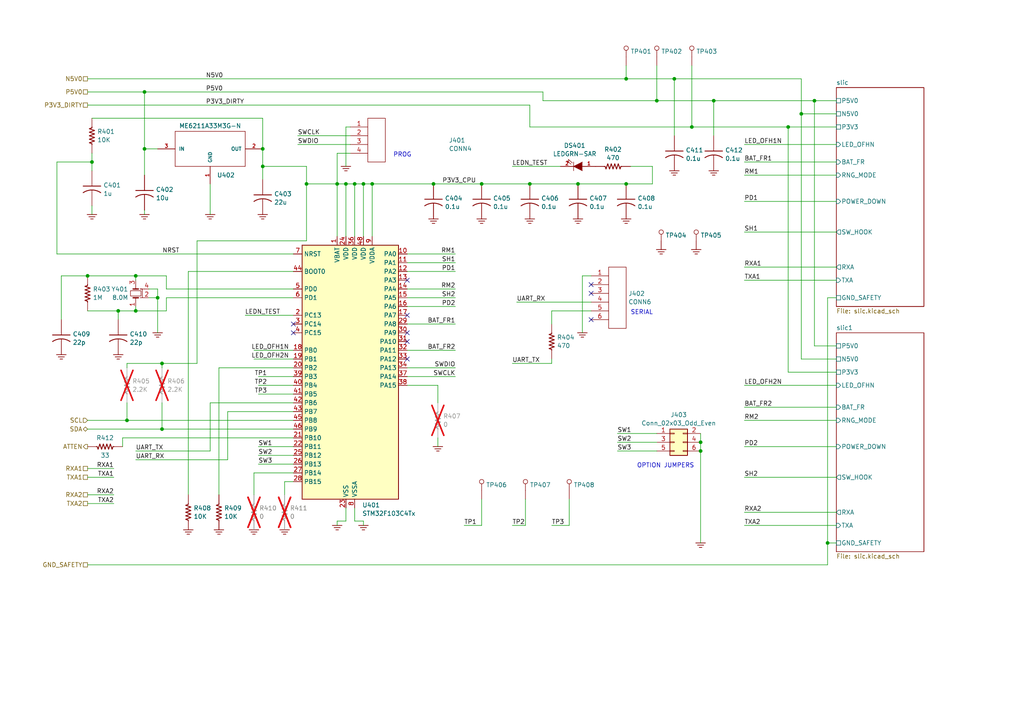
<source format=kicad_sch>
(kicad_sch (version 20231120) (generator "eeschema") (generator_version "8.0")
  (paper "A4")
  (title_block (title "Dual SLIC interface") (date "2024-04-25") (rev "A"))
  (lib_symbols
    (symbol "Connector_Generic:Conn_02x03_Odd_Even" (pin_names (offset 1.016) hide)
      (property "Reference" "J" (at 1.27 5.08 0))
      (property "Value" "Conn_02x03_Odd_Even" (at 1.27 -5.08 0))
      (symbol "Conn_02x03_Odd_Even_1_1"
        (rectangle (start -1.27 -2.413) (end 0 -2.667) (stroke (width 0.1524)))
        (rectangle (start -1.27 0.127) (end 0 -0.127) (stroke (width 0.1524)))
        (rectangle (start -1.27 2.667) (end 0 2.413) (stroke (width 0.1524)))
        (rectangle (start -1.27 3.81) (end 3.81 -3.81) (stroke (width 0.254)) (fill (type background)))
        (rectangle (start 3.81 -2.413) (end 2.54 -2.667) (stroke (width 0.1524)))
        (rectangle (start 3.81 0.127) (end 2.54 -0.127) (stroke (width 0.1524)))
        (rectangle (start 3.81 2.667) (end 2.54 2.413) (stroke (width 0.1524)))
        (pin passive line (at -5.08 2.54 0) (length 3.81) (name "Pin_1") (number "1"))
        (pin passive line (at 7.62 2.54 180) (length 3.81) (name "Pin_2") (number "2"))
        (pin passive line (at -5.08 0 0) (length 3.81) (name "Pin_3") (number "3"))
        (pin passive line (at 7.62 0 180) (length 3.81) (name "Pin_4") (number "4"))
        (pin passive line (at -5.08 -2.54 0) (length 3.81) (name "Pin_5") (number "5"))
        (pin passive line (at 7.62 -2.54 180) (length 3.81) (name "Pin_6") (number "6"))
      )
    )
    (symbol "MCU_ST_STM32F1:STM32F103C8Tx"
      (property "Reference" "U" (at -12.7 39.37 0))
      (property "Value" "STM32F103C8Tx" (at 10.16 39.37 0))
      (symbol "STM32F103C8Tx_0_1"
        (rectangle (start -12.7 -35.56) (end 15.24 38.1) (stroke (width 0.254)) (fill (type background)))
      )
      (symbol "STM32F103C8Tx_1_1"
        (pin power_in line (at -2.54 40.64 270) (length 2.54) (name "VBAT") (number "1"))
        (pin bidirectional line (at 17.78 35.56 180) (length 2.54) (name "PA0") (number "10"))
        (pin bidirectional line (at 17.78 33.02 180) (length 2.54) (name "PA1") (number "11"))
        (pin bidirectional line (at 17.78 30.48 180) (length 2.54) (name "PA2") (number "12"))
        (pin bidirectional line (at 17.78 27.94 180) (length 2.54) (name "PA3") (number "13"))
        (pin bidirectional line (at 17.78 25.4 180) (length 2.54) (name "PA4") (number "14"))
        (pin bidirectional line (at 17.78 22.86 180) (length 2.54) (name "PA5") (number "15"))
        (pin bidirectional line (at 17.78 20.32 180) (length 2.54) (name "PA6") (number "16"))
        (pin bidirectional line (at 17.78 17.78 180) (length 2.54) (name "PA7") (number "17"))
        (pin bidirectional line (at -15.24 7.62 0) (length 2.54) (name "PB0") (number "18"))
        (pin bidirectional line (at -15.24 5.08 0) (length 2.54) (name "PB1") (number "19"))
        (pin bidirectional line (at -15.24 17.78 0) (length 2.54) (name "PC13") (number "2"))
        (pin bidirectional line (at -15.24 2.54 0) (length 2.54) (name "PB2") (number "20"))
        (pin bidirectional line (at -15.24 -17.78 0) (length 2.54) (name "PB10") (number "21"))
        (pin bidirectional line (at -15.24 -20.32 0) (length 2.54) (name "PB11") (number "22"))
        (pin power_in line (at 0 -38.1 90) (length 2.54) (name "VSS") (number "23"))
        (pin power_in line (at 0 40.64 270) (length 2.54) (name "VDD") (number "24"))
        (pin bidirectional line (at -15.24 -22.86 0) (length 2.54) (name "PB12") (number "25"))
        (pin bidirectional line (at -15.24 -25.4 0) (length 2.54) (name "PB13") (number "26"))
        (pin bidirectional line (at -15.24 -27.94 0) (length 2.54) (name "PB14") (number "27"))
        (pin bidirectional line (at -15.24 -30.48 0) (length 2.54) (name "PB15") (number "28"))
        (pin bidirectional line (at 17.78 15.24 180) (length 2.54) (name "PA8") (number "29"))
        (pin bidirectional line (at -15.24 15.24 0) (length 2.54) (name "PC14") (number "3"))
        (pin bidirectional line (at 17.78 12.7 180) (length 2.54) (name "PA9") (number "30"))
        (pin bidirectional line (at 17.78 10.16 180) (length 2.54) (name "PA10") (number "31"))
        (pin bidirectional line (at 17.78 7.62 180) (length 2.54) (name "PA11") (number "32"))
        (pin bidirectional line (at 17.78 5.08 180) (length 2.54) (name "PA12") (number "33"))
        (pin bidirectional line (at 17.78 2.54 180) (length 2.54) (name "PA13") (number "34"))
        (pin passive line (at 0 -38.1 90) (length 2.54) hide (name "VSS") (number "35"))
        (pin power_in line (at 2.54 40.64 270) (length 2.54) (name "VDD") (number "36"))
        (pin bidirectional line (at 17.78 0 180) (length 2.54) (name "PA14") (number "37"))
        (pin bidirectional line (at 17.78 -2.54 180) (length 2.54) (name "PA15") (number "38"))
        (pin bidirectional line (at -15.24 0 0) (length 2.54) (name "PB3") (number "39"))
        (pin bidirectional line (at -15.24 12.7 0) (length 2.54) (name "PC15") (number "4"))
        (pin bidirectional line (at -15.24 -2.54 0) (length 2.54) (name "PB4") (number "40"))
        (pin bidirectional line (at -15.24 -5.08 0) (length 2.54) (name "PB5") (number "41"))
        (pin bidirectional line (at -15.24 -7.62 0) (length 2.54) (name "PB6") (number "42"))
        (pin bidirectional line (at -15.24 -10.16 0) (length 2.54) (name "PB7") (number "43"))
        (pin input line (at -15.24 30.48 0) (length 2.54) (name "BOOT0") (number "44"))
        (pin bidirectional line (at -15.24 -12.7 0) (length 2.54) (name "PB8") (number "45"))
        (pin bidirectional line (at -15.24 -15.24 0) (length 2.54) (name "PB9") (number "46"))
        (pin passive line (at 0 -38.1 90) (length 2.54) hide (name "VSS") (number "47"))
        (pin power_in line (at 5.08 40.64 270) (length 2.54) (name "VDD") (number "48"))
        (pin bidirectional line (at -15.24 25.4 0) (length 2.54) (name "PD0") (number "5"))
        (pin bidirectional line (at -15.24 22.86 0) (length 2.54) (name "PD1") (number "6"))
        (pin input line (at -15.24 35.56 0) (length 2.54) (name "NRST") (number "7"))
        (pin power_in line (at 2.54 -38.1 90) (length 2.54) (name "VSSA") (number "8"))
        (pin power_in line (at 7.62 40.64 270) (length 2.54) (name "VDDA") (number "9"))
      )
    )
    (symbol "custom:CONN4" (pin_names (offset 1.016))
      (property "Reference" "J" (at 0 7.62 0))
      (property "Value" "CONN4" (at 0 -7.62 0))
      (symbol "CONN4_0_1"
        (rectangle (start -2.54 6.35) (end 2.54 -6.35))
      )
      (symbol "CONN4_1_1"
        (pin passive line (at -7.62 3.81 0) (length 5.08) (name "~") (number "1"))
        (pin passive line (at -7.62 1.27 0) (length 5.08) (name "~") (number "2"))
        (pin passive line (at -7.62 -1.27 0) (length 5.08) (name "~") (number "3"))
        (pin passive line (at -7.62 -3.81 0) (length 5.08) (name "~") (number "4"))
      )
    )
    (symbol "custom:CONN6" (pin_names (offset 1.016))
      (property "Reference" "J" (at 0 11.43 0))
      (property "Value" "CONN6" (at 0 -8.89 0))
      (symbol "CONN6_0_1"
        (rectangle (start -2.54 10.16) (end 2.54 -7.62))
      )
      (symbol "CONN6_1_1"
        (pin passive line (at -7.62 7.62 0) (length 5.08) (name "~") (number "1"))
        (pin passive line (at -7.62 5.08 0) (length 5.08) (name "~") (number "2"))
        (pin passive line (at -7.62 2.54 0) (length 5.08) (name "~") (number "3"))
        (pin passive line (at -7.62 0 0) (length 5.08) (name "~") (number "4"))
        (pin passive line (at -7.62 -2.54 0) (length 5.08) (name "~") (number "5"))
        (pin passive line (at -7.62 -5.08 0) (length 5.08) (name "~") (number "6"))
      )
    )
    (symbol "custom:C_US" (pin_numbers hide) (pin_names (offset 0.254) hide)
      (property "Reference" "C" (at 1.27 2.54 0))
      (property "Value" "C_US" (at 1.27 -2.54 0))
      (symbol "C_US_0_1"
        (polyline (pts (xy -2.54 0.635) (xy 2.54 0.635) (xy 2.54 0.635)) (stroke (width 0.254)))
        (arc (start 2.54 -1.27) (mid 0 -0.5009) (end -2.54 -1.27) (stroke (width 0.254)))
      )
      (symbol "C_US_1_1"
        (pin passive line (at 0 5.08 270) (length 4.445) (name "~") (number "1"))
        (pin passive line (at 0 -5.08 90) (length 4.445) (name "~") (number "2"))
      )
    )
    (symbol "custom:C_US_0603_100NF_HS_800063-104" (pin_numbers hide) (pin_names (offset 0.254) hide)
      (property "Reference" "C" (at 1.27 2.54 0))
      (property "Value" "C_US_0603_100NF_HS_800063-104" (at 1.27 -2.54 0))
      (symbol "C_US_0603_100NF_HS_800063-104_0_1"
        (polyline (pts (xy -2.54 0.635) (xy 2.54 0.635) (xy 2.54 0.635)) (stroke (width 0.254)))
        (arc (start 2.54 -1.27) (mid 0 -0.5009) (end -2.54 -1.27) (stroke (width 0.254)))
      )
      (symbol "C_US_0603_100NF_HS_800063-104_1_1"
        (pin passive line (at 0 5.08 270) (length 4.445) (name "~") (number "1"))
        (pin passive line (at 0 -5.08 90) (length 4.445) (name "~") (number "2"))
      )
    )
    (symbol "custom:Crystal_SMT_3225" (pin_names (offset 1.016) hide)
      (property "Reference" "Y" (at 0 5.08 0))
      (property "Value" "Crystal_SMT_3225" (at 0 3.175 0))
      (symbol "Crystal_SMT_3225_0_1"
        (rectangle (start -0.762 1.524) (end 0.762 -1.524))
        (polyline (pts (xy -2.54 0) (xy -1.27 0)))
        (polyline (pts (xy -1.27 -2.54) (xy -1.27 -1.27)))
        (polyline (pts (xy -1.27 -0.762) (xy -1.27 0.762)) (stroke (width 0.381)))
        (polyline (pts (xy 1.27 -2.54) (xy 1.27 -1.27)))
        (polyline (pts (xy 1.27 -0.762) (xy 1.27 0.762)) (stroke (width 0.381)))
        (polyline (pts (xy 2.54 0) (xy 1.27 0)))
        (polyline (pts (xy -1.27 -1.27) (xy -1.27 -1.905) (xy 1.27 -1.905) (xy 1.27 -1.27)))
      )
      (symbol "Crystal_SMT_3225_1_1"
        (pin passive line (at -3.81 0 0) (length 1.27) (name "1") (number "1"))
        (pin passive line (at -1.27 -3.81 90) (length 1.27) (name "2") (number "2"))
        (pin passive line (at 3.81 0 180) (length 1.27) (name "3") (number "3"))
        (pin passive line (at 1.27 -3.81 90) (length 1.27) (name "2") (number "4"))
      )
    )
    (symbol "custom:GND" (power) (pin_names (offset 0))
      (symbol "GND_0_1"
        (polyline (pts (xy -1.397 0) (xy 1.397 0)) (stroke (width 0.2032)))
        (polyline (pts (xy -0.889 -0.635) (xy 0.889 -0.635)) (stroke (width 0.2032)))
        (polyline (pts (xy -0.381 -1.27) (xy 0.381 -1.27)) (stroke (width 0.2032)))
      )
      (symbol "GND_1_1"
        (pin power_in line (at 0 0 90) (length 0) hide (name "GND") (number "1"))
      )
    )
    (symbol "custom:LEDGRN-SAR" (pin_names (offset 1.016) hide)
      (property "Reference" "DS" (at 0 2.54 0))
      (property "Value" "LEDGRN-SAR" (at 0 -2.54 0))
      (symbol "LEDGRN-SAR_0_1"
        (polyline (pts (xy 1.27 1.27) (xy 1.27 -1.27)))
        (polyline (pts (xy -1.27 1.27) (xy 1.27 0) (xy -1.27 -1.27)) (fill (type outline)))
        (polyline (pts (xy 1.651 -1.016) (xy 2.794 -2.032) (xy 2.667 -1.397)))
        (polyline (pts (xy 2.032 -0.635) (xy 3.175 -1.651) (xy 3.048 -1.016)))
      )
      (symbol "LEDGRN-SAR_1_1"
        (pin passive line (at -5.08 0 0) (length 3.81) (name "A") (number "1"))
        (pin passive line (at 5.08 0 180) (length 3.81) (name "K") (number "2"))
      )
    )
    (symbol "custom:ME6211A33M3G-N" (pin_names (offset 1.016))
      (property "Reference" "U" (at -5.08 10.16 0))
      (property "Value" "ME6211A33M3G-N" (at -9.144 5.588 0))
      (symbol "ME6211A33M3G-N_1_0"
        (polyline (pts (xy -10.16 -5.08) (xy 10.16 -5.08)))
        (polyline (pts (xy -10.16 5.08) (xy -10.16 -5.08)))
        (polyline (pts (xy 10.16 -5.08) (xy 10.16 5.08)))
        (polyline (pts (xy 10.16 5.08) (xy -10.16 5.08)))
      )
      (symbol "ME6211A33M3G-N_1_1"
        (pin power_in line (at 0 -10.16 90) (length 5.08) (name "GND") (number "1"))
        (pin power_out line (at 15.24 0 180) (length 5.08) (name "OUT") (number "2"))
        (pin power_in line (at -15.24 0 0) (length 5.08) (name "IN") (number "3"))
      )
    )
    (symbol "custom:R_US" (pin_numbers hide) (pin_names (offset 1.016) hide)
      (property "Reference" "R" (at 2.032 0 90))
      (property "Value" "R_US" (at -2.032 0 90))
      (symbol "R_US_0_0"
        (polyline (pts (xy 0 -2.54) (xy 0 -2.54) (xy 0 -2.286) (xy -0.762 -2.032) (xy 0.762 -1.524) (xy -0.762 -1.016) (xy 0.762 -0.508) (xy -0.762 0) (xy 0.762 0.508) (xy -0.762 1.016) (xy 0.762 1.524) (xy -0.762 2.032) (xy 0 2.286) (xy 0 2.54) (xy 0 2.54)) (stroke (width 0.254)))
      )
      (symbol "R_US_1_1"
        (pin passive line (at 0 5.08 270) (length 2.54) (name "~") (number "1"))
        (pin passive line (at 0 -5.08 90) (length 2.54) (name "~") (number "2"))
      )
    )
    (symbol "custom:TESTPINTPSQ025" (pin_numbers hide) (pin_names (offset 1.016) hide)
      (property "Reference" "TP" (at -1.27 1.27 0))
      (symbol "TESTPINTPSQ025_1_0"
        (polyline (pts (xy 0 -2.54) (xy 0 -0.635)))
      )
      (symbol "TESTPINTPSQ025_1_1"
        (circle (center 0 0) (radius 0.635))
        (pin passive line (at 0 -5.08 90) (length 2.54) (name "TP") (number "1"))
      )
    )
  )
  (junction (at 203.2 130.81))
  (junction (at 76.2 48.26))
  (junction (at 200.66 36.83))
  (junction (at 153.67 53.34))
  (junction (at 45.72 86.36))
  (junction (at 102.87 53.34))
  (junction (at 228.6 36.83))
  (junction (at 125.73 53.34))
  (junction (at 39.37 90.17))
  (junction (at 105.41 53.34))
  (junction (at 25.4 80.01))
  (junction (at 107.95 53.34))
  (junction (at 181.61 53.34))
  (junction (at 232.41 33.02))
  (junction (at 100.33 53.34))
  (junction (at 190.5 29.21))
  (junction (at 240.03 157.48))
  (junction (at 41.91 43.18))
  (junction (at 203.2 128.27))
  (junction (at 26.67 46.99))
  (junction (at 46.99 124.46))
  (junction (at 139.7 53.34))
  (junction (at 76.2 43.18))
  (junction (at 41.91 26.67))
  (junction (at 167.64 53.34))
  (junction (at 88.9 53.34))
  (junction (at 236.22 29.21))
  (junction (at 181.61 22.86))
  (junction (at 36.83 121.92))
  (junction (at 46.99 105.41))
  (junction (at 207.01 29.21))
  (junction (at 97.79 53.34))
  (junction (at 34.29 90.17))
  (junction (at 39.37 80.01))
  (junction (at 195.58 22.86))
  (no_connect (at 118.11 96.52))
  (no_connect (at 118.11 104.14))
  (no_connect (at 118.11 99.06))
  (no_connect (at 85.09 96.52))
  (no_connect (at 171.45 85.09))
  (no_connect (at 118.11 81.28))
  (no_connect (at 118.11 91.44))
  (no_connect (at 171.45 82.55))
  (no_connect (at 85.09 93.98))
  (no_connect (at 171.45 92.71))
  (wire (pts (xy 153.67 36.83) (xy 153.67 30.48)))
  (wire (pts (xy 36.83 121.92) (xy 85.09 121.92)))
  (wire (pts (xy 190.5 29.21) (xy 157.48 29.21)))
  (wire (pts (xy 46.99 124.46) (xy 85.09 124.46)))
  (wire (pts (xy 215.9 121.92) (xy 242.57 121.92)))
  (wire (pts (xy 76.2 48.26) (xy 76.2 52.07)))
  (wire (pts (xy 139.7 53.34) (xy 153.67 53.34)))
  (wire (pts (xy 45.72 83.82) (xy 45.72 86.36)))
  (wire (pts (xy 97.79 151.13) (xy 97.79 152.4)))
  (wire (pts (xy 215.9 81.28) (xy 242.57 81.28)))
  (wire (pts (xy 97.79 53.34) (xy 88.9 53.34)))
  (wire (pts (xy 236.22 100.33) (xy 236.22 29.21)))
  (wire (pts (xy 171.45 90.17) (xy 160.02 90.17)))
  (wire (pts (xy 160.02 90.17) (xy 160.02 93.98)))
  (wire (pts (xy 74.93 114.3) (xy 85.09 114.3)))
  (wire (pts (xy 118.11 101.6) (xy 132.08 101.6)))
  (wire (pts (xy 207.01 29.21) (xy 207.01 39.37)))
  (wire (pts (xy 85.09 127) (xy 35.56 127)))
  (wire (pts (xy 167.64 53.34) (xy 181.61 53.34)))
  (wire (pts (xy 97.79 53.34) (xy 97.79 68.58)))
  (wire (pts (xy 74.93 111.76) (xy 85.09 111.76)))
  (wire (pts (xy 16.51 46.99) (xy 26.67 46.99)))
  (wire (pts (xy 25.4 124.46) (xy 46.99 124.46)))
  (wire (pts (xy 88.9 48.26) (xy 76.2 48.26)))
  (wire (pts (xy 25.4 30.48) (xy 153.67 30.48)))
  (wire (pts (xy 35.56 127) (xy 35.56 129.54)))
  (wire (pts (xy 240.03 157.48) (xy 240.03 163.83)))
  (wire (pts (xy 45.72 43.18) (xy 41.91 43.18)))
  (wire (pts (xy 17.78 80.01) (xy 17.78 92.71)))
  (wire (pts (xy 74.93 129.54) (xy 85.09 129.54)))
  (wire (pts (xy 242.57 29.21) (xy 236.22 29.21)))
  (wire (pts (xy 215.9 46.99) (xy 242.57 46.99)))
  (wire (pts (xy 60.96 62.23) (xy 60.96 53.34)))
  (wire (pts (xy 203.2 130.81) (xy 203.2 157.48)))
  (wire (pts (xy 26.67 34.29) (xy 76.2 34.29)))
  (wire (pts (xy 215.9 50.8) (xy 242.57 50.8)))
  (wire (pts (xy 71.12 91.44) (xy 85.09 91.44)))
  (wire (pts (xy 48.26 86.36) (xy 85.09 86.36)))
  (wire (pts (xy 43.18 86.36) (xy 45.72 86.36)))
  (wire (pts (xy 240.03 86.36) (xy 240.03 157.48)))
  (wire (pts (xy 26.67 59.69) (xy 26.67 62.23)))
  (wire (pts (xy 74.93 109.22) (xy 85.09 109.22)))
  (wire (pts (xy 86.36 39.37) (xy 101.6 39.37)))
  (wire (pts (xy 118.11 73.66) (xy 132.08 73.66)))
  (wire (pts (xy 232.41 104.14) (xy 232.41 33.02)))
  (wire (pts (xy 118.11 83.82) (xy 132.08 83.82)))
  (wire (pts (xy 228.6 36.83) (xy 200.66 36.83)))
  (wire (pts (xy 76.2 43.18) (xy 76.2 48.26)))
  (wire (pts (xy 97.79 44.45) (xy 97.79 53.34)))
  (wire (pts (xy 48.26 83.82) (xy 48.26 80.01)))
  (wire (pts (xy 39.37 90.17) (xy 34.29 90.17)))
  (wire (pts (xy 25.4 135.89) (xy 33.02 135.89)))
  (wire (pts (xy 66.04 119.38) (xy 66.04 133.35)))
  (wire (pts (xy 105.41 53.34) (xy 105.41 68.58)))
  (wire (pts (xy 181.61 22.86) (xy 195.58 22.86)))
  (wire (pts (xy 157.48 29.21) (xy 157.48 26.67)))
  (wire (pts (xy 60.96 130.81) (xy 39.37 130.81)))
  (wire (pts (xy 153.67 53.34) (xy 167.64 53.34)))
  (wire (pts (xy 165.1 144.78) (xy 165.1 152.4)))
  (wire (pts (xy 200.66 36.83) (xy 153.67 36.83)))
  (wire (pts (xy 66.04 133.35) (xy 39.37 133.35)))
  (wire (pts (xy 102.87 147.32) (xy 102.87 151.13)))
  (wire (pts (xy 118.11 86.36) (xy 132.08 86.36)))
  (wire (pts (xy 207.01 29.21) (xy 190.5 29.21)))
  (wire (pts (xy 203.2 125.73) (xy 203.2 128.27)))
  (wire (pts (xy 181.61 19.05) (xy 181.61 22.86)))
  (wire (pts (xy 228.6 107.95) (xy 228.6 36.83)))
  (wire (pts (xy 125.73 53.34) (xy 139.7 53.34)))
  (wire (pts (xy 39.37 80.01) (xy 39.37 81.28)))
  (wire (pts (xy 74.93 134.62) (xy 85.09 134.62)))
  (wire (pts (xy 36.83 116.84) (xy 36.83 121.92)))
  (wire (pts (xy 195.58 22.86) (xy 232.41 22.86)))
  (wire (pts (xy 41.91 60.96) (xy 41.91 62.23)))
  (wire (pts (xy 236.22 29.21) (xy 207.01 29.21)))
  (wire (pts (xy 160.02 152.4) (xy 165.1 152.4)))
  (wire (pts (xy 240.03 157.48) (xy 242.57 157.48)))
  (wire (pts (xy 100.33 151.13) (xy 97.79 151.13)))
  (wire (pts (xy 85.09 137.16) (xy 73.66 137.16)))
  (wire (pts (xy 85.09 139.7) (xy 82.55 139.7)))
  (wire (pts (xy 149.86 87.63) (xy 171.45 87.63)))
  (wire (pts (xy 215.9 41.91) (xy 242.57 41.91)))
  (wire (pts (xy 168.91 80.01) (xy 168.91 96.52)))
  (wire (pts (xy 215.9 129.54) (xy 242.57 129.54)))
  (wire (pts (xy 105.41 53.34) (xy 102.87 53.34)))
  (wire (pts (xy 41.91 26.67) (xy 157.48 26.67)))
  (wire (pts (xy 179.07 125.73) (xy 190.5 125.73)))
  (wire (pts (xy 25.4 121.92) (xy 36.83 121.92)))
  (wire (pts (xy 139.7 144.78) (xy 139.7 152.4)))
  (wire (pts (xy 215.9 58.42) (xy 242.57 58.42)))
  (wire (pts (xy 73.66 101.6) (xy 85.09 101.6)))
  (wire (pts (xy 152.4 144.78) (xy 152.4 152.4)))
  (wire (pts (xy 54.61 78.74) (xy 54.61 143.51)))
  (wire (pts (xy 46.99 105.41) (xy 46.99 106.68)))
  (wire (pts (xy 85.09 116.84) (xy 60.96 116.84)))
  (wire (pts (xy 73.66 137.16) (xy 73.66 143.51)))
  (wire (pts (xy 118.11 106.68) (xy 132.08 106.68)))
  (wire (pts (xy 102.87 151.13) (xy 105.41 151.13)))
  (wire (pts (xy 46.99 105.41) (xy 36.83 105.41)))
  (wire (pts (xy 88.9 69.85) (xy 57.15 69.85)))
  (wire (pts (xy 242.57 36.83) (xy 228.6 36.83)))
  (wire (pts (xy 200.66 19.05) (xy 200.66 36.83)))
  (wire (pts (xy 88.9 53.34) (xy 88.9 69.85)))
  (wire (pts (xy 203.2 128.27) (xy 203.2 130.81)))
  (wire (pts (xy 16.51 73.66) (xy 85.09 73.66)))
  (wire (pts (xy 118.11 88.9) (xy 132.08 88.9)))
  (wire (pts (xy 73.66 104.14) (xy 85.09 104.14)))
  (wire (pts (xy 242.57 104.14) (xy 232.41 104.14)))
  (wire (pts (xy 215.9 77.47) (xy 242.57 77.47)))
  (wire (pts (xy 100.33 36.83) (xy 100.33 48.26)))
  (wire (pts (xy 48.26 90.17) (xy 39.37 90.17)))
  (wire (pts (xy 26.67 44.45) (xy 26.67 46.99)))
  (wire (pts (xy 105.41 151.13) (xy 105.41 152.4)))
  (wire (pts (xy 118.11 109.22) (xy 132.08 109.22)))
  (wire (pts (xy 82.55 139.7) (xy 82.55 143.51)))
  (wire (pts (xy 215.9 111.76) (xy 242.57 111.76)))
  (wire (pts (xy 107.95 53.34) (xy 125.73 53.34)))
  (wire (pts (xy 34.29 90.17) (xy 34.29 92.71)))
  (wire (pts (xy 86.36 41.91) (xy 101.6 41.91)))
  (wire (pts (xy 171.45 80.01) (xy 168.91 80.01)))
  (wire (pts (xy 148.59 105.41) (xy 160.02 105.41)))
  (wire (pts (xy 34.29 90.17) (xy 25.4 90.17)))
  (wire (pts (xy 63.5 106.68) (xy 63.5 143.51)))
  (wire (pts (xy 102.87 53.34) (xy 100.33 53.34)))
  (wire (pts (xy 127 111.76) (xy 127 116.84)))
  (wire (pts (xy 181.61 53.34) (xy 189.23 53.34)))
  (wire (pts (xy 215.9 118.11) (xy 242.57 118.11)))
  (wire (pts (xy 76.2 34.29) (xy 76.2 43.18)))
  (wire (pts (xy 179.07 130.81) (xy 190.5 130.81)))
  (wire (pts (xy 127 127) (xy 127 129.54)))
  (wire (pts (xy 85.09 119.38) (xy 66.04 119.38)))
  (wire (pts (xy 48.26 86.36) (xy 48.26 90.17)))
  (wire (pts (xy 100.33 53.34) (xy 100.33 68.58)))
  (wire (pts (xy 39.37 88.9) (xy 39.37 90.17)))
  (wire (pts (xy 148.59 48.26) (xy 162.56 48.26)))
  (wire (pts (xy 118.11 93.98) (xy 132.08 93.98)))
  (wire (pts (xy 148.59 152.4) (xy 152.4 152.4)))
  (wire (pts (xy 242.57 86.36) (xy 240.03 86.36)))
  (wire (pts (xy 46.99 105.41) (xy 57.15 105.41)))
  (wire (pts (xy 190.5 19.05) (xy 190.5 29.21)))
  (wire (pts (xy 74.93 132.08) (xy 85.09 132.08)))
  (wire (pts (xy 160.02 104.14) (xy 160.02 105.41)))
  (wire (pts (xy 36.83 105.41) (xy 36.83 106.68)))
  (wire (pts (xy 179.07 128.27) (xy 190.5 128.27)))
  (wire (pts (xy 25.4 26.67) (xy 41.91 26.67)))
  (wire (pts (xy 25.4 80.01) (xy 17.78 80.01)))
  (wire (pts (xy 43.18 83.82) (xy 45.72 83.82)))
  (wire (pts (xy 45.72 86.36) (xy 45.72 96.52)))
  (wire (pts (xy 60.96 116.84) (xy 60.96 130.81)))
  (wire (pts (xy 25.4 143.51) (xy 33.02 143.51)))
  (wire (pts (xy 107.95 53.34) (xy 105.41 53.34)))
  (wire (pts (xy 41.91 43.18) (xy 41.91 50.8)))
  (wire (pts (xy 57.15 69.85) (xy 57.15 105.41)))
  (wire (pts (xy 118.11 111.76) (xy 127 111.76)))
  (wire (pts (xy 232.41 33.02) (xy 232.41 22.86)))
  (wire (pts (xy 88.9 53.34) (xy 88.9 48.26)))
  (wire (pts (xy 100.33 147.32) (xy 100.33 151.13)))
  (wire (pts (xy 242.57 107.95) (xy 228.6 107.95)))
  (wire (pts (xy 41.91 43.18) (xy 41.91 26.67)))
  (wire (pts (xy 25.4 163.83) (xy 240.03 163.83)))
  (wire (pts (xy 215.9 138.43) (xy 242.57 138.43)))
  (wire (pts (xy 26.67 46.99) (xy 26.67 49.53)))
  (wire (pts (xy 182.88 48.26) (xy 189.23 48.26)))
  (wire (pts (xy 39.37 80.01) (xy 48.26 80.01)))
  (wire (pts (xy 97.79 44.45) (xy 101.6 44.45)))
  (wire (pts (xy 107.95 53.34) (xy 107.95 68.58)))
  (wire (pts (xy 195.58 22.86) (xy 195.58 39.37)))
  (wire (pts (xy 100.33 36.83) (xy 101.6 36.83)))
  (wire (pts (xy 242.57 100.33) (xy 236.22 100.33)))
  (wire (pts (xy 48.26 83.82) (xy 85.09 83.82)))
  (wire (pts (xy 46.99 116.84) (xy 46.99 124.46)))
  (wire (pts (xy 25.4 80.01) (xy 39.37 80.01)))
  (wire (pts (xy 25.4 138.43) (xy 33.02 138.43)))
  (wire (pts (xy 100.33 53.34) (xy 97.79 53.34)))
  (wire (pts (xy 25.4 146.05) (xy 33.02 146.05)))
  (wire (pts (xy 134.62 152.4) (xy 139.7 152.4)))
  (wire (pts (xy 189.23 48.26) (xy 189.23 53.34)))
  (wire (pts (xy 16.51 73.66) (xy 16.51 46.99)))
  (wire (pts (xy 118.11 78.74) (xy 132.08 78.74)))
  (wire (pts (xy 215.9 67.31) (xy 242.57 67.31)))
  (wire (pts (xy 25.4 22.86) (xy 181.61 22.86)))
  (wire (pts (xy 215.9 152.4) (xy 242.57 152.4)))
  (wire (pts (xy 232.41 33.02) (xy 242.57 33.02)))
  (wire (pts (xy 118.11 76.2) (xy 132.08 76.2)))
  (wire (pts (xy 215.9 148.59) (xy 242.57 148.59)))
  (wire (pts (xy 102.87 53.34) (xy 102.87 68.58)))
  (wire (pts (xy 85.09 106.68) (xy 63.5 106.68)))
  (wire (pts (xy 85.09 78.74) (xy 54.61 78.74)))
  (text "SERIAL" (at 182.88 91.44 0) (effects (font (size 1.27 1.27)) (justify left bottom)))
  (text "OPTION JUMPERS" (at 193.04 135.128 0) (effects (font (size 1.27 1.27))))
  (text "PROG" (at 119.38 45.72 0) (effects (font (size 1.27 1.27)) (justify right bottom)))
  (label "SWCLK" (at 132.08 109.22 180))
  (label "P3V3_DIRTY" (at 59.69 30.48 0))
  (label "SWCLK" (at 86.36 39.37 0))
  (label "SH1" (at 132.08 76.2 180))
  (label "N5V0" (at 59.69 22.86 0))
  (label "SW3" (at 179.07 130.81 0))
  (label "TXA1" (at 215.9 81.28 0))
  (label "NRST" (at 52.07 73.66 180))
  (label "TP3" (at 160.02 152.4 0))
  (label "P3V3_CPU" (at 128.27 53.34 0))
  (label "TXA2" (at 33.02 146.05 180))
  (label "BAT_FR1" (at 215.9 46.99 0))
  (label "PD1" (at 215.9 58.42 0))
  (label "UART_TX" (at 39.37 130.81 0))
  (label "PD1" (at 132.08 78.74 180))
  (label "SWDIO" (at 86.36 41.91 0))
  (label "UART_TX" (at 148.59 105.41 0))
  (label "PD2" (at 215.9 129.54 0))
  (label "RXA2" (at 33.02 143.51 180))
  (label "TXA1" (at 33.02 138.43 180))
  (label "LED_OFH2N" (at 215.9 111.76 0))
  (label "RM1" (at 215.9 50.8 0))
  (label "LED_OFH1N" (at 83.82 101.6 180))
  (label "TXA2" (at 215.9 152.4 0))
  (label "BAT_FR2" (at 132.08 101.6 180))
  (label "SW2" (at 74.93 132.08 0))
  (label "TP2" (at 148.59 152.4 0))
  (label "UART_RX" (at 39.37 133.35 0))
  (label "LED_OFH2N" (at 83.82 104.14 180))
  (label "RXA1" (at 215.9 77.47 0))
  (label "LEDN_TEST" (at 81.28 91.44 180))
  (label "RM1" (at 132.08 73.66 180))
  (label "TP3" (at 77.47 114.3 180))
  (label "SWDIO" (at 132.08 106.68 180))
  (label "SW3" (at 74.93 134.62 0))
  (label "BAT_FR1" (at 132.08 93.98 180))
  (label "SW2" (at 179.07 128.27 0))
  (label "RXA1" (at 33.02 135.89 180))
  (label "SH1" (at 215.9 67.31 0))
  (label "SW1" (at 179.07 125.73 0))
  (label "RM2" (at 215.9 121.92 0))
  (label "LED_OFH1N" (at 215.9 41.91 0))
  (label "TP1" (at 134.62 152.4 0))
  (label "P5V0" (at 59.69 26.67 0))
  (label "RM2" (at 132.08 83.82 180))
  (label "LEDN_TEST" (at 148.59 48.26 0))
  (label "SH2" (at 215.9 138.43 0))
  (label "UART_RX" (at 149.86 87.63 0))
  (label "BAT_FR2" (at 215.9 118.11 0))
  (label "TP1" (at 77.47 109.22 180))
  (label "PD2" (at 132.08 88.9 180))
  (label "SH2" (at 132.08 86.36 180))
  (label "SW1" (at 74.93 129.54 0))
  (label "RXA2" (at 215.9 148.59 0))
  (label "TP2" (at 77.47 111.76 180))
  (hierarchical_label "P3V3_DIRTY" (shape passive) (at 25.4 30.48 180))
  (hierarchical_label "N5V0" (shape passive) (at 25.4 22.86 180))
  (hierarchical_label "SCL" (shape input) (at 25.4 121.92 180))
  (hierarchical_label "TXA2" (shape passive) (at 25.4 146.05 180))
  (hierarchical_label "ATTEN" (shape output) (at 25.4 129.54 180))
  (hierarchical_label "P5V0" (shape passive) (at 25.4 26.67 180))
  (hierarchical_label "RXA2" (shape passive) (at 25.4 143.51 180))
  (hierarchical_label "RXA1" (shape passive) (at 25.4 135.89 180))
  (hierarchical_label "GND_SAFETY" (shape passive) (at 25.4 163.83 180))
  (hierarchical_label "TXA1" (shape passive) (at 25.4 138.43 180))
  (hierarchical_label "SDA" (shape bidirectional) (at 25.4 124.46 180))
  (symbol (lib_id "custom:TESTPINTPSQ025") (at 152.4 139.7 0) (unit 1)
    (property "Reference" "TP407" (at 153.67 140.6525 0) (effects (justify left)))
    (property "Value" "TESTPINTPSQ025" (effects (hide yes)))
    (property "Footprint" "mods:TESTPIN" (effects (hide yes)))
  )
  (symbol (lib_id "custom:C_US") (at 26.67 54.61 0) (unit 1)
    (property "Reference" "C401" (at 29.972 53.7154 0) (effects (justify left)))
    (property "Value" "1u" (at 29.972 56.1396 0) (effects (justify left)))
    (property "Footprint" "Capacitor_SMD:C_0805_2012Metric" (effects (hide yes)))
    (property "PartNumber" "800238-105" (effects (hide yes)))
    (instances (project "dual-slic-interface" (path "" (reference "C401") (unit 1))) (project "mpu" (path "" (reference "C205") (unit 1))) (project "ECP_Adapter" (path "" (reference "C205") (unit 1))))
  )
  (symbol (lib_id "custom:Crystal_SMT_3225") (at 39.37 85.09 90) (unit 1)
    (property "Reference" "Y401" (at 37.2111 83.8779 90) (effects (justify left)))
    (property "Value" "8.0M" (at 37.2111 86.3021 90) (effects (justify left)))
    (property "Footprint" "Crystal:Crystal_SMD_3225-4Pin_3.2x2.5mm" (effects (hide yes)))
    (property "PartNumber" "800412-008" (effects (hide yes)))
    (instances (project "dual-slic-interface" (path "" (reference "Y401") (unit 1))) (project "mpu" (path "" (reference "Y201") (unit 1))) (project "ECP_Adapter" (path "" (reference "Y201") (unit 1))))
  )
  (symbol (lib_id "custom:GND") (at 34.29 102.87 0) (unit 1)
    (property "Reference" "#PWR0416" (effects (hide yes)))
    (property "Value" "GND" (effects (hide yes)))
    (instances (project "dual-slic-interface" (path "" (reference "#PWR0416") (unit 1))) (project "mpu" (path "" (reference "#PWR0210") (unit 1))) (project "ECP_Adapter" (path "" (reference "#PWR0210") (unit 1))))
  )
  (symbol (lib_id "custom:GND") (at 195.58 49.53 0) (unit 1)
    (property "Reference" "#PWR0425" (effects (hide yes)))
    (property "Value" "GND" (effects (hide yes)))
  )
  (symbol (lib_id "custom:R_US") (at 26.67 39.37 0) (unit 1)
    (property "Reference" "R401" (at 28.194 38.1579 0) (effects (justify left)))
    (property "Value" "10K" (at 28.194 40.5821 0) (effects (justify left)))
    (property "Footprint" "Resistor_SMD:R_0603_1608Metric" (effects (hide yes)))
    (property "PartNumber" "800023-100" (effects (hide yes)))
    (instances (project "dual-slic-interface" (path "" (reference "R401") (unit 1))) (project "mpu" (path "" (reference "R201") (unit 1))) (project "ECP_Adapter" (path "" (reference "R201") (unit 1))))
  )
  (symbol (lib_id "custom:C_US") (at 34.29 97.79 0) (unit 1)
    (property "Reference" "C410" (at 37.592 96.8954 0) (effects (justify left)))
    (property "Value" "22p" (at 37.592 99.3196 0) (effects (justify left)))
    (property "Footprint" "Capacitor_SMD:C_0603_1608Metric" (effects (hide yes)))
    (property "PartNumber" "800002-220" (effects (hide yes)))
    (instances (project "dual-slic-interface" (path "" (reference "C410") (unit 1))) (project "mpu" (path "" (reference "C206") (unit 1))) (project "ECP_Adapter" (path "" (reference "C206") (unit 1))))
  )
  (symbol (lib_id "custom:LEDGRN-SAR") (at 167.64 48.26 180) (unit 1)
    (property "Reference" "DS401" (at 166.6875 42.2107 0))
    (property "Value" "LEDGRN-SAR" (at 166.6875 44.6349 0))
    (property "Footprint" "mods:LED0805" (effects (hide yes)))
    (property "PartNumber" "800113-102" (effects (hide yes)))
  )
  (symbol (lib_id "custom:R_US") (at 46.99 111.76 0) (unit 1) (in_bom no) (dnp yes)
    (property "Reference" "R406" (at 48.514 110.5479 0) (effects (justify left)))
    (property "Value" "2.2K" (at 48.514 112.9721 0) (effects (justify left)))
    (property "Footprint" "Resistor_SMD:R_0603_1608Metric" (effects (hide yes)))
    (property "PartNumber" "800022-220" (effects (hide yes)))
    (instances (project "dual-slic-interface" (path "" (reference "R406") (unit 1))) (project "mpu" (path "" (reference "R201") (unit 1))) (project "ECP_Adapter" (path "" (reference "R201") (unit 1))))
  )
  (symbol (lib_id "custom:GND") (at 17.78 102.87 0) (unit 1)
    (property "Reference" "#PWR0415" (effects (hide yes)))
    (property "Value" "GND" (effects (hide yes)))
    (instances (project "dual-slic-interface" (path "" (reference "#PWR0415") (unit 1))) (project "mpu" (path "" (reference "#PWR0210") (unit 1))) (project "ECP_Adapter" (path "" (reference "#PWR0210") (unit 1))))
  )
  (symbol (lib_id "MCU_ST_STM32F1:STM32F103C8Tx") (at 100.33 109.22 0) (unit 1)
    (property "Reference" "U401" (at 105.0641 146.5001 0) (effects (justify left)))
    (property "Value" "STM32F103C4Tx" (at 105.0641 148.9244 0) (effects (justify left)))
    (property "Footprint" "Package_QFP:LQFP-48_7x7mm_P0.5mm" (effects (hide yes)))
    (property "Datasheet" "https://www.st.com/resource/en/datasheet/stm32f103c8.pdf" (effects (hide yes)))
    (property "Description" "STMicroelectronics Arm Cortex-M3 MCU, 64KB flash, 20KB RAM, 72 MHz, 2.0-3.6V, 37 GPIO, LQFP48" (effects (hide yes)))
    (property "PartNumber" "800405-101" (effects (hide yes)))
  )
  (symbol (lib_id "custom:GND") (at 191.77 72.39 0) (unit 1)
    (property "Reference" "#PWR0411" (effects (hide yes)))
    (property "Value" "GND" (effects (hide yes)))
  )
  (symbol (lib_id "custom:GND") (at 73.66 153.67 0) (unit 1)
    (property "Reference" "#PWR0422" (effects (hide yes)))
    (property "Value" "GND" (effects (hide yes)))
  )
  (symbol (lib_id "custom:GND") (at 139.7 63.5 0) (unit 1)
    (property "Reference" "#PWR0407" (effects (hide yes)))
    (property "Value" "GND" (effects (hide yes)))
  )
  (symbol (lib_id "custom:GND") (at 41.91 62.23 0) (unit 1)
    (property "Reference" "#PWR0403" (effects (hide yes)))
    (property "Value" "GND" (effects (hide yes)))
    (instances (project "dual-slic-interface" (path "" (reference "#PWR0403") (unit 1))) (project "mpu" (path "" (reference "#PWR0206") (unit 1))) (project "ECP_Adapter" (path "" (reference "#PWR0206") (unit 1))))
  )
  (symbol (lib_id "custom:GND") (at 100.33 48.26 0) (unit 1)
    (property "Reference" "#PWR0401" (effects (hide yes)))
    (property "Value" "GND" (effects (hide yes)))
    (instances (project "dual-slic-interface" (path "" (reference "#PWR0401") (unit 1))) (project "mpu" (path "" (reference "#PWR0214") (unit 1))) (project "ECP_Adapter" (path "" (reference "#PWR0214") (unit 1))))
  )
  (symbol (lib_id "custom:TESTPINTPSQ025") (at 165.1 139.7 0) (unit 1)
    (property "Reference" "TP408" (at 166.37 140.6525 0) (effects (justify left)))
    (property "Value" "TESTPINTPSQ025" (effects (hide yes)))
    (property "Footprint" "mods:TESTPIN" (effects (hide yes)))
  )
  (symbol (lib_id "custom:GND") (at 54.61 153.67 0) (unit 1)
    (property "Reference" "#PWR0420" (effects (hide yes)))
    (property "Value" "GND" (effects (hide yes)))
  )
  (symbol (lib_id "custom:GND") (at 203.2 157.48 0) (unit 1)
    (property "Reference" "#PWR0424" (effects (hide yes)))
    (property "Value" "GND" (effects (hide yes)))
  )
  (symbol (lib_id "custom:GND") (at 168.91 96.52 0) (unit 1)
    (property "Reference" "#PWR0414" (effects (hide yes)))
    (property "Value" "GND" (effects (hide yes)))
    (instances (project "dual-slic-interface" (path "" (reference "#PWR0414") (unit 1))) (project "mpu" (path "" (reference "#PWR0206") (unit 1))) (project "ECP_Adapter" (path "" (reference "#PWR0206") (unit 1))))
  )
  (symbol (lib_id "custom:C_US_0603_100NF_HS_800063-104") (at 167.64 58.42 0) (unit 1)
    (property "Reference" "C407" (at 170.942 57.5254 0) (effects (justify left)))
    (property "Value" "0.1u" (at 170.942 59.9496 0) (effects (justify left)))
    (property "Footprint" "Capacitor_SMD:C_0603_1608Metric" (effects (hide yes)))
    (property "PartNumber" "800063-104" (effects (hide yes)))
  )
  (symbol (lib_id "custom:TESTPINTPSQ025") (at 191.77 67.31 0) (unit 1)
    (property "Reference" "TP404" (at 193.04 68.2625 0) (effects (justify left)))
    (property "Value" "TESTPINTPSQ025" (effects (hide yes)))
    (property "Footprint" "mods:TESTPIN" (effects (hide yes)))
  )
  (symbol (lib_id "custom:TESTPINTPSQ025") (at 139.7 139.7 0) (unit 1)
    (property "Reference" "TP406" (at 140.97 140.6525 0) (effects (justify left)))
    (property "Value" "TESTPINTPSQ025" (effects (hide yes)))
    (property "Footprint" "mods:TESTPIN" (effects (hide yes)))
  )
  (symbol (lib_id "custom:TESTPINTPSQ025") (at 190.5 13.97 0) (unit 1)
    (property "Reference" "TP402" (at 191.77 14.9225 0) (effects (justify left)))
    (property "Value" "TESTPINTPSQ025" (effects (hide yes)))
    (property "Footprint" "mods:TESTPIN" (effects (hide yes)))
  )
  (symbol (lib_id "custom:C_US_0603_100NF_HS_800063-104") (at 207.01 44.45 0) (unit 1)
    (property "Reference" "C412" (at 210.312 43.5554 0) (effects (justify left)))
    (property "Value" "0.1u" (at 210.312 45.9796 0) (effects (justify left)))
    (property "Footprint" "Capacitor_SMD:C_0603_1608Metric" (effects (hide yes)))
    (property "PartNumber" "800063-104" (effects (hide yes)))
  )
  (symbol (lib_id "custom:GND") (at 97.79 152.4 0) (unit 1)
    (property "Reference" "#PWR0418" (effects (hide yes)))
    (property "Value" "GND" (effects (hide yes)))
  )
  (symbol (lib_id "custom:R_US") (at 73.66 148.59 0) (unit 1) (dnp yes)
    (property "Reference" "R410" (at 75.184 147.3779 0) (effects (justify left)))
    (property "Value" "0" (at 75.184 149.8021 0) (effects (justify left)))
    (property "Footprint" "Resistor_SMD:R_0603_1608Metric" (effects (hide yes)))
    (property "PartNumber" "800020-000" (effects (hide yes)))
    (instances (project "dual-slic-interface" (path "" (reference "R410") (unit 1))) (project "mpu" (path "" (reference "R201") (unit 1))) (project "ECP_Adapter" (path "" (reference "R201") (unit 1))))
  )
  (symbol (lib_id "custom:GND") (at 153.67 63.5 0) (unit 1)
    (property "Reference" "#PWR0408" (effects (hide yes)))
    (property "Value" "GND" (effects (hide yes)))
  )
  (symbol (lib_id "custom:ME6211A33M3G-N") (at 60.96 43.18 0) (unit 1)
    (property "Reference" "U402" (at 65.532 50.8 0))
    (property "Value" "ME6211A33M3G-N" (at 60.96 36.5068 0))
    (property "Footprint" "mods:SOT23-3-SAR-V2" (effects (hide yes)))
    (property "PartNumber" "800187-101" (effects (hide yes)))
  )
  (symbol (lib_id "custom:CONN6") (at 179.07 87.63 0) (unit 1)
    (property "Reference" "J402" (at 182.245 85.1479 0) (effects (justify left)))
    (property "Value" "CONN6" (at 182.245 87.5721 0) (effects (justify left)))
    (property "Footprint" "Connector_PinHeader_2.54mm:PinHeader_1x06_P2.54mm_Horizontal" (effects (hide yes)))
    (property "PartNumber" "800383-106" (effects (hide yes)))
  )
  (symbol (lib_id "custom:C_US_0603_100NF_HS_800063-104") (at 181.61 58.42 0) (unit 1)
    (property "Reference" "C408" (at 184.912 57.5254 0) (effects (justify left)))
    (property "Value" "0.1u" (at 184.912 59.9496 0) (effects (justify left)))
    (property "Footprint" "Capacitor_SMD:C_0603_1608Metric" (effects (hide yes)))
    (property "PartNumber" "800063-104" (effects (hide yes)))
  )
  (symbol (lib_id "custom:GND") (at 60.96 62.23 0) (unit 1)
    (property "Reference" "#PWR0404" (effects (hide yes)))
    (property "Value" "GND" (effects (hide yes)))
  )
  (symbol (lib_id "custom:R_US") (at 82.55 148.59 0) (unit 1) (dnp yes)
    (property "Reference" "R411" (at 84.074 147.3779 0) (effects (justify left)))
    (property "Value" "0" (at 84.074 149.8021 0) (effects (justify left)))
    (property "Footprint" "Resistor_SMD:R_0603_1608Metric" (effects (hide yes)))
    (property "PartNumber" "800020-000" (effects (hide yes)))
    (instances (project "dual-slic-interface" (path "" (reference "R411") (unit 1))) (project "mpu" (path "" (reference "R201") (unit 1))) (project "ECP_Adapter" (path "" (reference "R201") (unit 1))))
  )
  (symbol (lib_id "custom:GND") (at 63.5 153.67 0) (unit 1)
    (property "Reference" "#PWR0421" (effects (hide yes)))
    (property "Value" "GND" (effects (hide yes)))
  )
  (symbol (lib_id "custom:C_US_0603_100NF_HS_800063-104") (at 195.58 44.45 0) (unit 1)
    (property "Reference" "C411" (at 198.882 43.5554 0) (effects (justify left)))
    (property "Value" "0.1u" (at 198.882 45.9796 0) (effects (justify left)))
    (property "Footprint" "Capacitor_SMD:C_0603_1608Metric" (effects (hide yes)))
    (property "PartNumber" "800063-104" (effects (hide yes)))
  )
  (symbol (lib_id "custom:TESTPINTPSQ025") (at 201.93 67.31 0) (unit 1)
    (property "Reference" "TP405" (at 203.2 68.2625 0) (effects (justify left)))
    (property "Value" "TESTPINTPSQ025" (effects (hide yes)))
    (property "Footprint" "mods:TESTPIN" (effects (hide yes)))
  )
  (symbol (lib_id "custom:C_US_0603_100NF_HS_800063-104") (at 153.67 58.42 0) (unit 1)
    (property "Reference" "C406" (at 156.972 57.5254 0) (effects (justify left)))
    (property "Value" "0.1u" (at 156.972 59.9496 0) (effects (justify left)))
    (property "Footprint" "Capacitor_SMD:C_0603_1608Metric" (effects (hide yes)))
    (property "PartNumber" "800063-104" (effects (hide yes)))
  )
  (symbol (lib_id "custom:GND") (at 125.73 63.5 0) (unit 1)
    (property "Reference" "#PWR0406" (effects (hide yes)))
    (property "Value" "GND" (effects (hide yes)))
  )
  (symbol (lib_id "custom:GND") (at 105.41 152.4 0) (unit 1)
    (property "Reference" "#PWR0419" (effects (hide yes)))
    (property "Value" "GND" (effects (hide yes)))
  )
  (symbol (lib_id "custom:C_US_0603_100NF_HS_800063-104") (at 76.2 57.15 0) (unit 1)
    (property "Reference" "C403" (at 79.502 56.2554 0) (effects (justify left)))
    (property "Value" "22u" (at 79.502 58.6796 0) (effects (justify left)))
    (property "Footprint" "Capacitor_SMD:C_0805_2012Metric" (effects (hide yes)))
    (property "PartNumber" "800003-226" (effects (hide yes)))
  )
  (symbol (lib_id "custom:R_US") (at 63.5 148.59 0) (unit 1)
    (property "Reference" "R409" (at 65.024 147.3779 0) (effects (justify left)))
    (property "Value" "10K" (at 65.024 149.8021 0) (effects (justify left)))
    (property "Footprint" "Resistor_SMD:R_0603_1608Metric" (effects (hide yes)))
    (property "PartNumber" "800023-100" (effects (hide yes)))
    (instances (project "dual-slic-interface" (path "" (reference "R409") (unit 1))) (project "mpu" (path "" (reference "R201") (unit 1))) (project "ECP_Adapter" (path "" (reference "R201") (unit 1))))
  )
  (symbol (lib_id "custom:R_US") (at 25.4 85.09 0) (unit 1)
    (property "Reference" "R403" (at 26.924 83.8779 0) (effects (justify left)))
    (property "Value" "1M" (at 26.924 86.3021 0) (effects (justify left)))
    (property "Footprint" "Resistor_SMD:R_1206_3216Metric" (effects (hide yes)))
    (property "PartNumber" "800057-105" (effects (hide yes)))
    (instances (project "dual-slic-interface" (path "" (reference "R403") (unit 1))) (project "mpu" (path "" (reference "R205") (unit 1))) (project "ECP_Adapter" (path "" (reference "R205") (unit 1))))
  )
  (symbol (lib_id "custom:C_US_0603_100NF_HS_800063-104") (at 41.91 55.88 0) (unit 1)
    (property "Reference" "C402" (at 45.212 54.9854 0) (effects (justify left)))
    (property "Value" "10u" (at 45.212 57.4096 0) (effects (justify left)))
    (property "Footprint" "Capacitor_SMD:C_0805_2012Metric" (effects (hide yes)))
    (property "PartNumber" "800003-106" (effects (hide yes)))
  )
  (symbol (lib_id "custom:CONN4") (at 109.22 40.64 0) (unit 1)
    (property "Reference" "J401" (at 130.175 40.6979 0) (effects (justify left)))
    (property "Value" "CONN4" (at 130.175 43.1221 0) (effects (justify left)))
    (property "Footprint" "Connector_PinHeader_2.54mm:PinHeader_1x04_P2.54mm_Horizontal" (effects (hide yes)))
    (property "PartNumber" "800383-104" (effects (hide yes)))
    (instances (project "dual-slic-interface" (path "" (reference "J401") (unit 1))) (project "mpu" (path "" (reference "J201") (unit 1))) (project "ECP_Adapter" (path "" (reference "J201") (unit 1))))
  )
  (symbol (lib_id "custom:GND") (at 76.2 62.23 0) (unit 1)
    (property "Reference" "#PWR0405" (effects (hide yes)))
    (property "Value" "GND" (effects (hide yes)))
  )
  (symbol (lib_id "custom:GND") (at 127 129.54 0) (unit 1)
    (property "Reference" "#PWR0417" (effects (hide yes)))
    (property "Value" "GND" (effects (hide yes)))
  )
  (symbol (lib_id "custom:GND") (at 207.01 49.53 0) (unit 1)
    (property "Reference" "#PWR0426" (effects (hide yes)))
    (property "Value" "GND" (effects (hide yes)))
  )
  (symbol (lib_id "custom:C_US") (at 17.78 97.79 0) (unit 1)
    (property "Reference" "C409" (at 21.082 96.8954 0) (effects (justify left)))
    (property "Value" "22p" (at 21.082 99.3196 0) (effects (justify left)))
    (property "Footprint" "Capacitor_SMD:C_0603_1608Metric" (effects (hide yes)))
    (property "PartNumber" "800002-220" (effects (hide yes)))
    (instances (project "dual-slic-interface" (path "" (reference "C409") (unit 1))) (project "mpu" (path "" (reference "C207") (unit 1))) (project "ECP_Adapter" (path "" (reference "C207") (unit 1))))
  )
  (symbol (lib_id "custom:R_US") (at 177.8 48.26 90) (unit 1)
    (property "Reference" "R402" (at 177.8 43.3537 90))
    (property "Value" "470" (at 177.8 45.7779 90))
    (property "Footprint" "Resistor_SMD:R_1206_3216Metric" (effects (hide yes)))
    (property "PartNumber" "800057-471" (effects (hide yes)))
    (instances (project "dual-slic-interface" (path "" (reference "R402") (unit 1))) (project "mpu" (path "" (reference "R201") (unit 1))) (project "ECP_Adapter" (path "" (reference "R201") (unit 1))))
  )
  (symbol (lib_id "Connector_Generic:Conn_02x03_Odd_Even") (at 195.58 128.27 0) (unit 1)
    (property "Reference" "J403" (at 196.85 120.3155 0))
    (property "Value" "Conn_02x03_Odd_Even" (at 196.85 122.7398 0))
    (property "Footprint" "Connector_PinHeader_2.54mm:PinHeader_2x03_P2.54mm_Horizontal" (effects (hide yes)))
    (property "Description" "Generic connector, double row, 02x03, odd/even pin numbering scheme (row 1 odd numbers, row 2 even numbers), script generated (kicad-library-utils/schlib/autogen/connector/)" (effects (hide yes)))
    (property "PartNumber" "800425-106" (effects (hide yes)))
  )
  (symbol (lib_id "custom:C_US_0603_100NF_HS_800063-104") (at 125.73 58.42 0) (unit 1)
    (property "Reference" "C404" (at 129.032 57.5254 0) (effects (justify left)))
    (property "Value" "0.1u" (at 129.032 59.9496 0) (effects (justify left)))
    (property "Footprint" "Capacitor_SMD:C_0603_1608Metric" (effects (hide yes)))
    (property "PartNumber" "800063-104" (effects (hide yes)))
  )
  (symbol (lib_id "custom:GND") (at 82.55 153.67 0) (unit 1)
    (property "Reference" "#PWR0423" (effects (hide yes)))
    (property "Value" "GND" (effects (hide yes)))
  )
  (symbol (lib_id "custom:GND") (at 167.64 63.5 0) (unit 1)
    (property "Reference" "#PWR0409" (effects (hide yes)))
    (property "Value" "GND" (effects (hide yes)))
  )
  (symbol (lib_id "custom:R_US") (at 36.83 111.76 0) (unit 1) (in_bom no) (dnp yes)
    (property "Reference" "R405" (at 38.354 110.5479 0) (effects (justify left)))
    (property "Value" "2.2K" (at 38.354 112.9721 0) (effects (justify left)))
    (property "Footprint" "Resistor_SMD:R_0603_1608Metric" (effects (hide yes)))
    (property "PartNumber" "800022-220" (effects (hide yes)))
    (instances (project "dual-slic-interface" (path "" (reference "R405") (unit 1))) (project "mpu" (path "" (reference "R201") (unit 1))) (project "ECP_Adapter" (path "" (reference "R201") (unit 1))))
  )
  (symbol (lib_id "custom:GND") (at 26.67 62.23 0) (unit 1)
    (property "Reference" "#PWR0402" (effects (hide yes)))
    (property "Value" "GND" (effects (hide yes)))
    (instances (project "dual-slic-interface" (path "" (reference "#PWR0402") (unit 1))) (project "mpu" (path "" (reference "#PWR0206") (unit 1))) (project "ECP_Adapter" (path "" (reference "#PWR0206") (unit 1))))
  )
  (symbol (lib_id "custom:R_US") (at 127 121.92 0) (unit 1) (dnp yes)
    (property "Reference" "R407" (at 128.524 120.7079 0) (effects (justify left)))
    (property "Value" "0" (at 128.524 123.1321 0) (effects (justify left)))
    (property "Footprint" "Resistor_SMD:R_0603_1608Metric" (effects (hide yes)))
    (property "PartNumber" "800020-000" (effects (hide yes)))
    (instances (project "dual-slic-interface" (path "" (reference "R407") (unit 1))) (project "mpu" (path "" (reference "R201") (unit 1))) (project "ECP_Adapter" (path "" (reference "R201") (unit 1))))
  )
  (symbol (lib_id "custom:C_US_0603_100NF_HS_800063-104") (at 139.7 58.42 0) (unit 1)
    (property "Reference" "C405" (at 143.002 57.5254 0) (effects (justify left)))
    (property "Value" "0.1u" (at 143.002 59.9496 0) (effects (justify left)))
    (property "Footprint" "Capacitor_SMD:C_0603_1608Metric" (effects (hide yes)))
    (property "PartNumber" "800063-104" (effects (hide yes)))
  )
  (symbol (lib_id "custom:GND") (at 201.93 72.39 0) (unit 1)
    (property "Reference" "#PWR0412" (effects (hide yes)))
    (property "Value" "GND" (effects (hide yes)))
  )
  (symbol (lib_id "custom:TESTPINTPSQ025") (at 200.66 13.97 0) (unit 1)
    (property "Reference" "TP403" (at 201.93 14.9225 0) (effects (justify left)))
    (property "Value" "TESTPINTPSQ025" (effects (hide yes)))
    (property "Footprint" "mods:TESTPIN" (effects (hide yes)))
  )
  (symbol (lib_id "custom:R_US") (at 160.02 99.06 0) (unit 1)
    (property "Reference" "R404" (at 161.544 97.8479 0) (effects (justify left)))
    (property "Value" "470" (at 161.544 100.2721 0) (effects (justify left)))
    (property "Footprint" "Resistor_SMD:R_1206_3216Metric" (effects (hide yes)))
    (property "PartNumber" "800057-471" (effects (hide yes)))
    (instances (project "dual-slic-interface" (path "" (reference "R404") (unit 1))) (project "mpu" (path "" (reference "R201") (unit 1))) (project "ECP_Adapter" (path "" (reference "R201") (unit 1))))
  )
  (symbol (lib_id "custom:R_US") (at 30.48 129.54 90) (unit 1)
    (property "Reference" "R412" (at 30.48 127 90))
    (property "Value" "33" (at 30.48 132.08 90))
    (property "Footprint" "Resistor_SMD:R_0603_1608Metric" (effects (hide yes)))
    (property "PartNumber" "800020-330" (effects (hide yes)))
    (instances (project "dual-slic-interface" (path "" (reference "R412") (unit 1))) (project "mpu" (path "" (reference "R201") (unit 1))) (project "ECP_Adapter" (path "" (reference "R201") (unit 1))))
  )
  (symbol (lib_id "custom:GND") (at 181.61 63.5 0) (unit 1)
    (property "Reference" "#PWR0410" (effects (hide yes)))
    (property "Value" "GND" (effects (hide yes)))
  )
  (symbol (lib_id "custom:R_US") (at 54.61 148.59 0) (unit 1)
    (property "Reference" "R408" (at 56.134 147.3779 0) (effects (justify left)))
    (property "Value" "10K" (at 56.134 149.8021 0) (effects (justify left)))
    (property "Footprint" "Resistor_SMD:R_0603_1608Metric" (effects (hide yes)))
    (property "PartNumber" "800023-100" (effects (hide yes)))
    (instances (project "dual-slic-interface" (path "" (reference "R408") (unit 1))) (project "mpu" (path "" (reference "R201") (unit 1))) (project "ECP_Adapter" (path "" (reference "R201") (unit 1))))
  )
  (symbol (lib_id "custom:TESTPINTPSQ025") (at 181.61 13.97 0) (unit 1)
    (property "Reference" "TP401" (at 182.88 14.9225 0) (effects (justify left)))
    (property "Value" "TESTPINTPSQ025" (effects (hide yes)))
    (property "Footprint" "mods:TESTPIN" (effects (hide yes)))
  )
  (symbol (lib_id "custom:GND") (at 45.72 96.52 0) (unit 1)
    (property "Reference" "#PWR0413" (effects (hide yes)))
    (property "Value" "GND" (effects (hide yes)))
    (instances (project "dual-slic-interface" (path "" (reference "#PWR0413") (unit 1))) (project "mpu" (path "" (reference "#PWR0212") (unit 1))) (project "ECP_Adapter" (path "" (reference "#PWR0212") (unit 1))))
  )
  (sheet (at 242.57 96.52) (size 25.4 63.5) (stroke (width 0.1524))
    (property "Sheetname" "slic1" (at 242.57 95.8084 0) (effects (justify left bottom)))
    (property "Sheetfile" "slic.kicad_sch" (at 242.57 160.6046 0) (effects (justify left top)))
    (pin "TXA" input (at 242.57 152.4 180))
    (pin "BAT_FR" input (at 242.57 118.11 180))
    (pin "RNG_MODE" input (at 242.57 121.92 180))
    (pin "RXA" output (at 242.57 148.59 180))
    (pin "N5V0" passive (at 242.57 104.14 180))
    (pin "POWER_DOWN" input (at 242.57 129.54 180))
    (pin "GND_SAFETY" passive (at 242.57 157.48 180))
    (pin "P5V0" passive (at 242.57 100.33 180))
    (pin "SW_HOOK" output (at 242.57 138.43 180))
    (pin "P3V3" passive (at 242.57 107.95 180))
    (pin "LED_OFHN" input (at 242.57 111.76 180))
  )
  (sheet (at 242.57 25.4) (size 25.4 63.5) (stroke (width 0.1524))
    (property "Sheetname" "slic" (at 242.57 24.6884 0) (effects (justify left bottom)))
    (property "Sheetfile" "slic.kicad_sch" (at 242.57 89.4846 0) (effects (justify left top)))
    (pin "TXA" input (at 242.57 81.28 180))
    (pin "BAT_FR" input (at 242.57 46.99 180))
    (pin "RNG_MODE" input (at 242.57 50.8 180))
    (pin "RXA" output (at 242.57 77.47 180))
    (pin "N5V0" passive (at 242.57 33.02 180))
    (pin "POWER_DOWN" input (at 242.57 58.42 180))
    (pin "GND_SAFETY" passive (at 242.57 86.36 180))
    (pin "P5V0" passive (at 242.57 29.21 180))
    (pin "SW_HOOK" output (at 242.57 67.31 180))
    (pin "P3V3" passive (at 242.57 36.83 180))
    (pin "LED_OFHN" input (at 242.57 41.91 180))
  )
)
</source>
